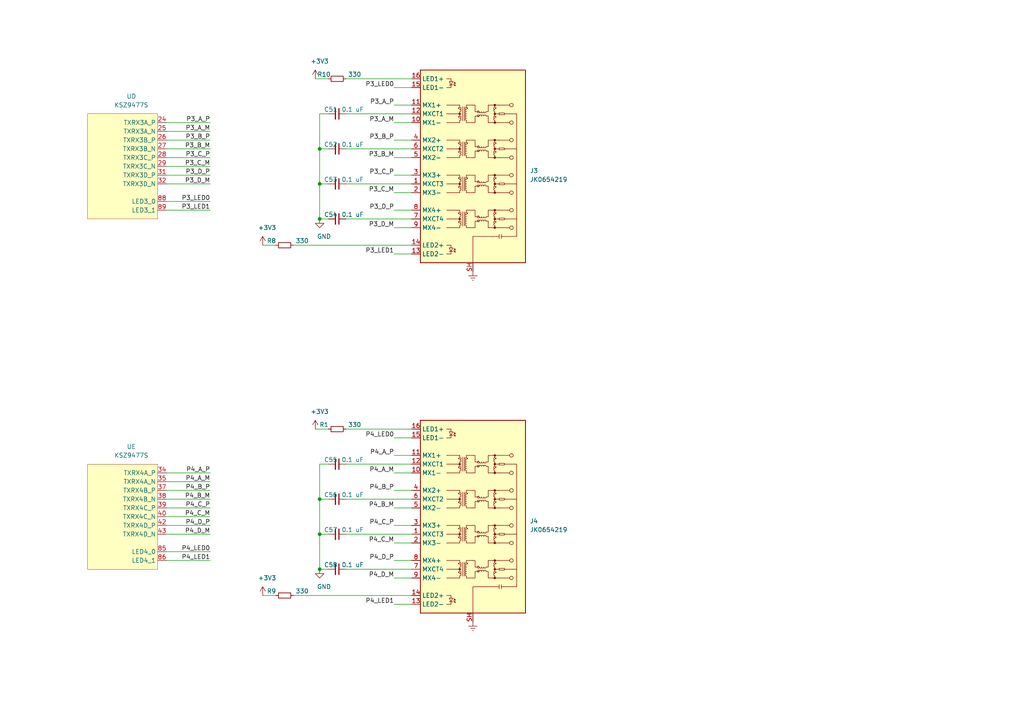
<source format=kicad_sch>
(kicad_sch (version 20210126) (generator eeschema)
  (paper "A4")
  (lib_symbols
    (symbol "Connector:JK0654219"
      (property "Reference" "J" (at -15.24 29.21 0))
      (property "Value" "JK0654219" (at 10.16 29.21 0))
      (symbol "JK0654219_1_1"
        (pin passive line (at -17.78 -5.08 0) (length 2.54) (name "MXCT3") (number "1"))
        (pin passive line (at -17.78 12.7 0) (length 2.54) (name "MX1-") (number "10"))
        (pin passive line (at -17.78 17.78 0) (length 2.54) (name "MX1+") (number "11"))
        (pin passive line (at -17.78 15.24 0) (length 2.54) (name "MXCT1") (number "12"))
        (pin passive line (at -17.78 -25.4 0) (length 2.54) (name "LED2-") (number "13"))
        (pin passive line (at -17.78 -22.86 0) (length 2.54) (name "LED2+") (number "14"))
        (pin passive line (at -17.78 22.86 0) (length 2.54) (name "LED1-") (number "15"))
        (pin passive line (at -17.78 25.4 0) (length 2.54) (name "LED1+") (number "16"))
        (pin passive line (at -17.78 -7.62 0) (length 2.54) (name "MX3-") (number "2"))
        (pin passive line (at -17.78 -2.54 0) (length 2.54) (name "MX3+") (number "3"))
        (pin passive line (at -17.78 7.62 0) (length 2.54) (name "MX2+") (number "4"))
        (pin passive line (at -17.78 2.54 0) (length 2.54) (name "MX2-") (number "5"))
        (pin passive line (at -17.78 5.08 0) (length 2.54) (name "MXCT2") (number "6"))
        (pin passive line (at -17.78 -15.24 0) (length 2.54) (name "MXCT4") (number "7"))
        (pin passive line (at -17.78 -12.7 0) (length 2.54) (name "MX4+") (number "8"))
        (pin passive line (at -17.78 -17.78 0) (length 2.54) (name "MX4-") (number "9"))
        (pin passive line (at 0 -30.48 90) (length 2.54) (name "~") (number "SH"))
      )
    )
    (symbol "Device:C_Small" (pin_numbers hide) (pin_names (offset 0.254) hide)
      (property "Reference" "C" (at 0.254 1.778 0))
      (property "Value" "C_Small" (at 0.254 -2.032 0))
      (symbol "C_Small_1_1"
        (pin passive line (at 0 2.54 270) (length 2.032) (name "~") (number "1"))
        (pin passive line (at 0 -2.54 90) (length 2.032) (name "~") (number "2"))
      )
    )
    (symbol "Device:R_Small" (pin_numbers hide) (pin_names (offset 0.254) hide)
      (property "Reference" "R" (at 0.762 0.508 0))
      (property "Value" "R_Small" (at 0.762 -1.016 0))
      (symbol "R_Small_1_1"
        (pin passive line (at 0 2.54 270) (length 0.762) (name "~") (number "1"))
        (pin passive line (at 0 -2.54 90) (length 0.762) (name "~") (number "2"))
      )
    )
    (symbol "local:KSZ9477S"
      (property "Reference" "U" (at 39.37 1.27 0))
      (property "Value" "KSZ9477S" (at 43.18 -3.81 0))
      (symbol "KSZ9477S_1_1"
        (pin output line (at -17.78 -5.08 0) (length 2.54) (name "SDO") (number "97"))
        (pin bidirectional line (at -17.78 -7.62 0) (length 2.54) (name "SDI/SDA/MDIO") (number "98"))
        (pin input line (at -19.05 -12.7 0) (length 3.81) (name "~SCS") (number "100"))
        (pin input line (at -19.05 -10.16 0) (length 3.81) (name "SCL/MDC") (number "101"))
        (pin output line (at 19.05 -6.35 180) (length 3.81) (name "XO") (number "125"))
        (pin input line (at 19.05 -3.81 180) (length 3.81) (name "XI") (number "126"))
        (pin output line (at -17.78 10.16 0) (length 2.54) (name "~PME") (number "93"))
        (pin output line (at -17.78 5.08 0) (length 2.54) (name "~INTRP") (number "94"))
        (pin input line (at -17.78 0 0) (length 2.54) (name "~RESET") (number "96"))
        (pin bidirectional line (at 17.78 1.27 180) (length 2.54) (name "SYNCLKO") (number "95"))
        (pin bidirectional line (at 17.78 6.35 180) (length 2.54) (name "GPIO_1") (number "90"))
        (pin open_collector line (at 19.05 -11.43 180) (length 3.81) (name "ISET") (number "127"))
        (pin input line (at 17.78 11.43 180) (length 2.54) (name "IBA") (number "67"))
        (pin no_connect line (at -2.54 17.78 270) (length 2.54) hide (name "NC") (number "73"))
        (pin no_connect line (at 0 17.78 270) (length 2.54) hide (name "NC") (number "74"))
        (pin no_connect line (at 2.54 19.05 270) (length 3.81) hide (name "NC") (number "108"))
      )
      (symbol "KSZ9477S_2_1"
        (pin bidirectional line (at 12.7 7.62 180) (length 2.54) (name "TXRX1B_P") (number "4"))
        (pin bidirectional line (at 12.7 5.08 180) (length 2.54) (name "TXRX1B_N") (number "5"))
        (pin bidirectional line (at 12.7 2.54 180) (length 2.54) (name "TXRX1C_P") (number "6"))
        (pin bidirectional line (at 12.7 0 180) (length 2.54) (name "TXRX1C_N") (number "7"))
        (pin bidirectional line (at 12.7 -2.54 180) (length 2.54) (name "TXRX1D_P") (number "8"))
        (pin bidirectional line (at 12.7 12.7 180) (length 2.54) (name "TXRX1A_P") (number "1"))
        (pin bidirectional line (at 12.7 10.16 180) (length 2.54) (name "TXRX1A_N") (number "2"))
        (pin bidirectional line (at 12.7 -5.08 180) (length 2.54) (name "TXRX1D_N") (number "9"))
        (pin bidirectional line (at 13.97 -10.16 180) (length 3.81) (name "LED1_0") (number "105"))
        (pin bidirectional line (at 13.97 -12.7 180) (length 3.81) (name "LED1_1") (number "106"))
      )
      (symbol "KSZ9477S_3_1"
        (pin bidirectional line (at 12.7 7.62 180) (length 2.54) (name "TXRX2B_P") (number "15"))
        (pin bidirectional line (at 12.7 5.08 180) (length 2.54) (name "TXRX2B_N") (number "16"))
        (pin bidirectional line (at 12.7 2.54 180) (length 2.54) (name "TXRX2C_P") (number "17"))
        (pin bidirectional line (at 12.7 0 180) (length 2.54) (name "TXRX2C_N") (number "18"))
        (pin bidirectional line (at 12.7 -2.54 180) (length 2.54) (name "TXRX2D_P") (number "20"))
        (pin bidirectional line (at 12.7 12.7 180) (length 2.54) (name "TXRX2A_P") (number "12"))
        (pin bidirectional line (at 12.7 10.16 180) (length 2.54) (name "TXRX2A_N") (number "13"))
        (pin bidirectional line (at 12.7 -5.08 180) (length 2.54) (name "TXRX2D_N") (number "21"))
        (pin bidirectional line (at 12.7 -10.16 180) (length 2.54) (name "LED2_0") (number "91"))
        (pin bidirectional line (at 12.7 -12.7 180) (length 2.54) (name "LED2_1") (number "92"))
      )
      (symbol "KSZ9477S_4_1"
        (pin bidirectional line (at 12.7 7.62 180) (length 2.54) (name "TXRX3B_P") (number "26"))
        (pin bidirectional line (at 12.7 5.08 180) (length 2.54) (name "TXRX3B_N") (number "27"))
        (pin bidirectional line (at 12.7 2.54 180) (length 2.54) (name "TXRX3C_P") (number "28"))
        (pin bidirectional line (at 12.7 0 180) (length 2.54) (name "TXRX3C_N") (number "29"))
        (pin bidirectional line (at 12.7 -2.54 180) (length 2.54) (name "TXRX3D_P") (number "31"))
        (pin bidirectional line (at 12.7 12.7 180) (length 2.54) (name "TXRX3A_P") (number "24"))
        (pin bidirectional line (at 12.7 10.16 180) (length 2.54) (name "TXRX3A_N") (number "25"))
        (pin bidirectional line (at 12.7 -5.08 180) (length 2.54) (name "TXRX3D_N") (number "32"))
        (pin bidirectional line (at 12.7 -10.16 180) (length 2.54) (name "LED3_0") (number "88"))
        (pin bidirectional line (at 12.7 -12.7 180) (length 2.54) (name "LED3_1") (number "89"))
      )
      (symbol "KSZ9477S_5_1"
        (pin bidirectional line (at 12.7 7.62 180) (length 2.54) (name "TXRX4B_P") (number "37"))
        (pin bidirectional line (at 12.7 5.08 180) (length 2.54) (name "TXRX4B_N") (number "38"))
        (pin bidirectional line (at 12.7 2.54 180) (length 2.54) (name "TXRX4C_P") (number "39"))
        (pin bidirectional line (at 12.7 0 180) (length 2.54) (name "TXRX4C_N") (number "40"))
        (pin bidirectional line (at 12.7 -2.54 180) (length 2.54) (name "TXRX4D_P") (number "42"))
        (pin bidirectional line (at 12.7 12.7 180) (length 2.54) (name "TXRX4A_P") (number "34"))
        (pin bidirectional line (at 12.7 10.16 180) (length 2.54) (name "TXRX4A_N") (number "35"))
        (pin bidirectional line (at 12.7 -5.08 180) (length 2.54) (name "TXRX4D_N") (number "43"))
        (pin bidirectional line (at 12.7 -10.16 180) (length 2.54) (name "LED4_0") (number "85"))
        (pin bidirectional line (at 12.7 -12.7 180) (length 2.54) (name "LED4_1") (number "86"))
      )
      (symbol "KSZ9477S_6_1"
        (pin bidirectional line (at 13.97 7.62 180) (length 3.81) (name "TXRX5B_P") (number "115"))
        (pin bidirectional line (at 13.97 5.08 180) (length 3.81) (name "TXRX5B_N") (number "116"))
        (pin bidirectional line (at 13.97 2.54 180) (length 3.81) (name "TXRX5C_P") (number "117"))
        (pin bidirectional line (at 13.97 0 180) (length 3.81) (name "TXRX5C_N") (number "118"))
        (pin bidirectional line (at 13.97 -2.54 180) (length 3.81) (name "TXRX5D_P") (number "120"))
        (pin bidirectional line (at 13.97 12.7 180) (length 3.81) (name "TXRX5A_P") (number "112"))
        (pin bidirectional line (at 13.97 10.16 180) (length 3.81) (name "TXRX5A_N") (number "113"))
        (pin bidirectional line (at 13.97 -5.08 180) (length 3.81) (name "TXRX5D_N") (number "121"))
        (pin bidirectional line (at 13.97 -10.16 180) (length 3.81) (name "LED5_0") (number "102"))
        (pin bidirectional line (at 13.97 -12.7 180) (length 3.81) (name "LED5_1") (number "103"))
      )
      (symbol "KSZ9477S_7_1"
        (pin bidirectional line (at -16.51 -20.32 0) (length 2.54) (name "RXD6_3") (number "62"))
        (pin bidirectional line (at -16.51 -17.78 0) (length 2.54) (name "RXD6_2") (number "63"))
        (pin bidirectional line (at -16.51 -15.24 0) (length 2.54) (name "RXD6_1") (number "64"))
        (pin bidirectional line (at -16.51 -12.7 0) (length 2.54) (name "RXD6_0") (number "65"))
        (pin bidirectional line (at -16.51 -2.54 0) (length 2.54) (name "RX_CLK6/REFCLKO6") (number "57"))
        (pin bidirectional line (at -16.51 -5.08 0) (length 2.54) (name "RX_DV6/CRS_DV6/RX_CTL6") (number "58"))
        (pin bidirectional line (at -16.51 -7.62 0) (length 2.54) (name "RX_ER6") (number "59"))
        (pin input line (at -16.51 2.54 0) (length 2.54) (name "TXD6_3") (number "52"))
        (pin input line (at -16.51 5.08 0) (length 2.54) (name "TXD6_2") (number "53"))
        (pin input line (at -16.51 7.62 0) (length 2.54) (name "TXD6_1") (number "54"))
        (pin input line (at -16.51 10.16 0) (length 2.54) (name "TXD6_0") (number "55"))
        (pin bidirectional line (at -16.51 20.32 0) (length 2.54) (name "TX_CLK6/REFCLKI6") (number "48"))
        (pin input line (at -16.51 17.78 0) (length 2.54) (name "TX_EN6/TX_CTL6") (number "49"))
        (pin input line (at -16.51 15.24 0) (length 2.54) (name "TX_ER6") (number "50"))
        (pin bidirectional line (at -16.51 12.7 0) (length 2.54) (name "COL6") (number "51"))
        (pin bidirectional line (at -16.51 -10.16 0) (length 2.54) (name "CRS6") (number "60"))
      )
      (symbol "KSZ9477S_8_1"
        (pin open_collector line (at -11.43 5.08 0) (length 2.54) (name "S_REXT") (number "76"))
        (pin output line (at -11.43 -5.08 0) (length 2.54) (name "S_OUT7_N") (number "82"))
        (pin output line (at -11.43 -2.54 0) (length 2.54) (name "S_OUT7_P") (number "81"))
        (pin input line (at -11.43 2.54 0) (length 2.54) (name "S_IN7_N") (number "78"))
        (pin input line (at -11.43 0 0) (length 2.54) (name "S_IN7_P") (number "79"))
      )
      (symbol "KSZ9477S_9_1"
        (pin power_in line (at 17.78 -13.97 180) (length 2.54) (name "GND") (number "46"))
        (pin power_in line (at 17.78 -3.81 180) (length 2.54) (name "VDDIO") (number "61"))
        (pin power_in line (at 17.78 24.13 180) (length 2.54) (name "AVDDH") (number "10"))
        (pin power_in line (at -17.78 -13.97 0) (length 2.54) (name "AVDDL") (number "3"))
        (pin power_in line (at -17.78 13.97 0) (length 2.54) (name "DVDDL") (number "11"))
        (pin power_in line (at -17.78 22.86 0) (length 2.54) (name "VDDLS") (number "71"))
        (pin power_in line (at 17.78 3.81 180) (length 2.54) (name "VDDHS") (number "72"))
        (pin power_in line (at 17.78 -6.35 180) (length 2.54) (name "VDDIO") (number "68"))
        (pin power_in line (at 17.78 -8.89 180) (length 2.54) (name "VDDIO") (number "99"))
        (pin power_in line (at 17.78 21.59 180) (length 2.54) (name "AVDDH") (number "22"))
        (pin power_in line (at 17.78 19.05 180) (length 2.54) (name "AVDDH") (number "33"))
        (pin power_in line (at 17.78 16.51 180) (length 2.54) (name "AVDDH") (number "44"))
        (pin power_in line (at 19.05 13.97 180) (length 3.81) (name "AVDDH") (number "111"))
        (pin power_in line (at 19.05 11.43 180) (length 3.81) (name "AVDDH") (number "122"))
        (pin power_in line (at 19.05 8.89 180) (length 3.81) (name "AVDDH") (number "128"))
        (pin power_in line (at -17.78 -16.51 0) (length 2.54) (name "AVDDL") (number "14"))
        (pin power_in line (at -17.78 -19.05 0) (length 2.54) (name "AVDDL") (number "19"))
        (pin power_in line (at -17.78 -21.59 0) (length 2.54) (name "AVDDL") (number "30"))
        (pin power_in line (at -17.78 -24.13 0) (length 2.54) (name "AVDDL") (number "36"))
        (pin power_in line (at -17.78 -26.67 0) (length 2.54) (name "AVDDL") (number "41"))
        (pin power_in line (at -19.05 -29.21 0) (length 3.81) (name "AVDDL") (number "114"))
        (pin power_in line (at -19.05 -31.75 0) (length 3.81) (name "AVDDL") (number "119"))
        (pin power_in line (at -19.05 -34.29 0) (length 3.81) (name "AVDDL") (number "124"))
        (pin power_in line (at -17.78 11.43 0) (length 2.54) (name "DVDDL") (number "23"))
        (pin power_in line (at -17.78 8.89 0) (length 2.54) (name "DVDDL") (number "45"))
        (pin power_in line (at -17.78 6.35 0) (length 2.54) (name "DVDDL") (number "56"))
        (pin power_in line (at -17.78 3.81 0) (length 2.54) (name "DVDDL") (number "66"))
        (pin power_in line (at -17.78 1.27 0) (length 2.54) (name "DVDDL") (number "70"))
        (pin power_in line (at -17.78 -1.27 0) (length 2.54) (name "DVDDL") (number "87"))
        (pin power_in line (at -19.05 -3.81 0) (length 3.81) (name "DVDDL") (number "104"))
        (pin power_in line (at -19.05 -6.35 0) (length 3.81) (name "DVDDL") (number "110"))
        (pin power_in line (at -17.78 20.32 0) (length 2.54) (name "VDDLS") (number "84"))
        (pin power_in line (at 17.78 1.27 180) (length 2.54) (name "VDDHS") (number "83"))
        (pin power_in line (at 17.78 -16.51 180) (length 2.54) (name "GND") (number "47"))
        (pin power_in line (at 17.78 -19.05 180) (length 2.54) (name "GND") (number "69"))
        (pin power_in line (at 17.78 -21.59 180) (length 2.54) (name "GND") (number "75"))
        (pin power_in line (at 17.78 -24.13 180) (length 2.54) (name "GND") (number "77"))
        (pin power_in line (at 17.78 -26.67 180) (length 2.54) (name "GND") (number "80"))
        (pin power_in line (at 19.05 -29.21 180) (length 3.81) (name "GND") (number "107"))
        (pin power_in line (at 19.05 -31.75 180) (length 3.81) (name "GND") (number "109"))
        (pin power_in line (at 19.05 -34.29 180) (length 3.81) (name "GND") (number "123"))
        (pin power_in line (at 19.05 -36.83 180) (length 3.81) (name "PAD") (number "129"))
      )
    )
    (symbol "local:KSZ9477S_1"
      (property "Reference" "U" (at 39.37 1.27 0))
      (property "Value" "KSZ9477S" (at 43.18 -3.81 0))
      (symbol "KSZ9477S_1_1_1"
        (pin output line (at -17.78 -5.08 0) (length 2.54) (name "SDO") (number "97"))
        (pin bidirectional line (at -17.78 -7.62 0) (length 2.54) (name "SDI/SDA/MDIO") (number "98"))
        (pin input line (at -19.05 -12.7 0) (length 3.81) (name "~SCS") (number "100"))
        (pin input line (at -19.05 -10.16 0) (length 3.81) (name "SCL/MDC") (number "101"))
        (pin output line (at 19.05 -6.35 180) (length 3.81) (name "XO") (number "125"))
        (pin input line (at 19.05 -3.81 180) (length 3.81) (name "XI") (number "126"))
        (pin output line (at -17.78 10.16 0) (length 2.54) (name "~PME") (number "93"))
        (pin output line (at -17.78 5.08 0) (length 2.54) (name "~INTRP") (number "94"))
        (pin input line (at -17.78 0 0) (length 2.54) (name "~RESET") (number "96"))
        (pin bidirectional line (at 17.78 1.27 180) (length 2.54) (name "SYNCLKO") (number "95"))
        (pin bidirectional line (at 17.78 6.35 180) (length 2.54) (name "GPIO_1") (number "90"))
        (pin open_collector line (at 19.05 -11.43 180) (length 3.81) (name "ISET") (number "127"))
        (pin input line (at 17.78 11.43 180) (length 2.54) (name "IBA") (number "67"))
        (pin no_connect line (at -2.54 17.78 270) (length 2.54) hide (name "NC") (number "73"))
        (pin no_connect line (at 0 17.78 270) (length 2.54) hide (name "NC") (number "74"))
        (pin no_connect line (at 2.54 19.05 270) (length 3.81) hide (name "NC") (number "108"))
      )
      (symbol "KSZ9477S_1_2_1"
        (pin bidirectional line (at 12.7 7.62 180) (length 2.54) (name "TXRX1B_P") (number "4"))
        (pin bidirectional line (at 12.7 5.08 180) (length 2.54) (name "TXRX1B_N") (number "5"))
        (pin bidirectional line (at 12.7 2.54 180) (length 2.54) (name "TXRX1C_P") (number "6"))
        (pin bidirectional line (at 12.7 0 180) (length 2.54) (name "TXRX1C_N") (number "7"))
        (pin bidirectional line (at 12.7 -2.54 180) (length 2.54) (name "TXRX1D_P") (number "8"))
        (pin bidirectional line (at 12.7 12.7 180) (length 2.54) (name "TXRX1A_P") (number "1"))
        (pin bidirectional line (at 12.7 10.16 180) (length 2.54) (name "TXRX1A_N") (number "2"))
        (pin bidirectional line (at 12.7 -5.08 180) (length 2.54) (name "TXRX1D_N") (number "9"))
        (pin bidirectional line (at 13.97 -10.16 180) (length 3.81) (name "LED1_0") (number "105"))
        (pin bidirectional line (at 13.97 -12.7 180) (length 3.81) (name "LED1_1") (number "106"))
      )
      (symbol "KSZ9477S_1_3_1"
        (pin bidirectional line (at 12.7 7.62 180) (length 2.54) (name "TXRX2B_P") (number "15"))
        (pin bidirectional line (at 12.7 5.08 180) (length 2.54) (name "TXRX2B_N") (number "16"))
        (pin bidirectional line (at 12.7 2.54 180) (length 2.54) (name "TXRX2C_P") (number "17"))
        (pin bidirectional line (at 12.7 0 180) (length 2.54) (name "TXRX2C_N") (number "18"))
        (pin bidirectional line (at 12.7 -2.54 180) (length 2.54) (name "TXRX2D_P") (number "20"))
        (pin bidirectional line (at 12.7 12.7 180) (length 2.54) (name "TXRX2A_P") (number "12"))
        (pin bidirectional line (at 12.7 10.16 180) (length 2.54) (name "TXRX2A_N") (number "13"))
        (pin bidirectional line (at 12.7 -5.08 180) (length 2.54) (name "TXRX2D_N") (number "21"))
        (pin bidirectional line (at 12.7 -10.16 180) (length 2.54) (name "LED2_0") (number "91"))
        (pin bidirectional line (at 12.7 -12.7 180) (length 2.54) (name "LED2_1") (number "92"))
      )
      (symbol "KSZ9477S_1_4_1"
        (pin bidirectional line (at 12.7 7.62 180) (length 2.54) (name "TXRX3B_P") (number "26"))
        (pin bidirectional line (at 12.7 5.08 180) (length 2.54) (name "TXRX3B_N") (number "27"))
        (pin bidirectional line (at 12.7 2.54 180) (length 2.54) (name "TXRX3C_P") (number "28"))
        (pin bidirectional line (at 12.7 0 180) (length 2.54) (name "TXRX3C_N") (number "29"))
        (pin bidirectional line (at 12.7 -2.54 180) (length 2.54) (name "TXRX3D_P") (number "31"))
        (pin bidirectional line (at 12.7 12.7 180) (length 2.54) (name "TXRX3A_P") (number "24"))
        (pin bidirectional line (at 12.7 10.16 180) (length 2.54) (name "TXRX3A_N") (number "25"))
        (pin bidirectional line (at 12.7 -5.08 180) (length 2.54) (name "TXRX3D_N") (number "32"))
        (pin bidirectional line (at 12.7 -10.16 180) (length 2.54) (name "LED3_0") (number "88"))
        (pin bidirectional line (at 12.7 -12.7 180) (length 2.54) (name "LED3_1") (number "89"))
      )
      (symbol "KSZ9477S_1_5_1"
        (pin bidirectional line (at 12.7 7.62 180) (length 2.54) (name "TXRX4B_P") (number "37"))
        (pin bidirectional line (at 12.7 5.08 180) (length 2.54) (name "TXRX4B_N") (number "38"))
        (pin bidirectional line (at 12.7 2.54 180) (length 2.54) (name "TXRX4C_P") (number "39"))
        (pin bidirectional line (at 12.7 0 180) (length 2.54) (name "TXRX4C_N") (number "40"))
        (pin bidirectional line (at 12.7 -2.54 180) (length 2.54) (name "TXRX4D_P") (number "42"))
        (pin bidirectional line (at 12.7 12.7 180) (length 2.54) (name "TXRX4A_P") (number "34"))
        (pin bidirectional line (at 12.7 10.16 180) (length 2.54) (name "TXRX4A_N") (number "35"))
        (pin bidirectional line (at 12.7 -5.08 180) (length 2.54) (name "TXRX4D_N") (number "43"))
        (pin bidirectional line (at 12.7 -10.16 180) (length 2.54) (name "LED4_0") (number "85"))
        (pin bidirectional line (at 12.7 -12.7 180) (length 2.54) (name "LED4_1") (number "86"))
      )
      (symbol "KSZ9477S_1_6_1"
        (pin bidirectional line (at 13.97 7.62 180) (length 3.81) (name "TXRX5B_P") (number "115"))
        (pin bidirectional line (at 13.97 5.08 180) (length 3.81) (name "TXRX5B_N") (number "116"))
        (pin bidirectional line (at 13.97 2.54 180) (length 3.81) (name "TXRX5C_P") (number "117"))
        (pin bidirectional line (at 13.97 0 180) (length 3.81) (name "TXRX5C_N") (number "118"))
        (pin bidirectional line (at 13.97 -2.54 180) (length 3.81) (name "TXRX5D_P") (number "120"))
        (pin bidirectional line (at 13.97 12.7 180) (length 3.81) (name "TXRX5A_P") (number "112"))
        (pin bidirectional line (at 13.97 10.16 180) (length 3.81) (name "TXRX5A_N") (number "113"))
        (pin bidirectional line (at 13.97 -5.08 180) (length 3.81) (name "TXRX5D_N") (number "121"))
        (pin bidirectional line (at 13.97 -10.16 180) (length 3.81) (name "LED5_0") (number "102"))
        (pin bidirectional line (at 13.97 -12.7 180) (length 3.81) (name "LED5_1") (number "103"))
      )
      (symbol "KSZ9477S_1_7_1"
        (pin bidirectional line (at -16.51 -20.32 0) (length 2.54) (name "RXD6_3") (number "62"))
        (pin bidirectional line (at -16.51 -17.78 0) (length 2.54) (name "RXD6_2") (number "63"))
        (pin bidirectional line (at -16.51 -15.24 0) (length 2.54) (name "RXD6_1") (number "64"))
        (pin bidirectional line (at -16.51 -12.7 0) (length 2.54) (name "RXD6_0") (number "65"))
        (pin bidirectional line (at -16.51 -2.54 0) (length 2.54) (name "RX_CLK6/REFCLKO6") (number "57"))
        (pin bidirectional line (at -16.51 -5.08 0) (length 2.54) (name "RX_DV6/CRS_DV6/RX_CTL6") (number "58"))
        (pin bidirectional line (at -16.51 -7.62 0) (length 2.54) (name "RX_ER6") (number "59"))
        (pin input line (at -16.51 2.54 0) (length 2.54) (name "TXD6_3") (number "52"))
        (pin input line (at -16.51 5.08 0) (length 2.54) (name "TXD6_2") (number "53"))
        (pin input line (at -16.51 7.62 0) (length 2.54) (name "TXD6_1") (number "54"))
        (pin input line (at -16.51 10.16 0) (length 2.54) (name "TXD6_0") (number "55"))
        (pin bidirectional line (at -16.51 20.32 0) (length 2.54) (name "TX_CLK6/REFCLKI6") (number "48"))
        (pin input line (at -16.51 17.78 0) (length 2.54) (name "TX_EN6/TX_CTL6") (number "49"))
        (pin input line (at -16.51 15.24 0) (length 2.54) (name "TX_ER6") (number "50"))
        (pin bidirectional line (at -16.51 12.7 0) (length 2.54) (name "COL6") (number "51"))
        (pin bidirectional line (at -16.51 -10.16 0) (length 2.54) (name "CRS6") (number "60"))
      )
      (symbol "KSZ9477S_1_8_1"
        (pin open_collector line (at -11.43 5.08 0) (length 2.54) (name "S_REXT") (number "76"))
        (pin output line (at -11.43 -5.08 0) (length 2.54) (name "S_OUT7_N") (number "82"))
        (pin output line (at -11.43 -2.54 0) (length 2.54) (name "S_OUT7_P") (number "81"))
        (pin input line (at -11.43 2.54 0) (length 2.54) (name "S_IN7_N") (number "78"))
        (pin input line (at -11.43 0 0) (length 2.54) (name "S_IN7_P") (number "79"))
      )
      (symbol "KSZ9477S_1_9_1"
        (pin power_in line (at 17.78 -13.97 180) (length 2.54) (name "GND") (number "46"))
        (pin power_in line (at 17.78 -3.81 180) (length 2.54) (name "VDDIO") (number "61"))
        (pin power_in line (at 17.78 24.13 180) (length 2.54) (name "AVDDH") (number "10"))
        (pin power_in line (at -17.78 -13.97 0) (length 2.54) (name "AVDDL") (number "3"))
        (pin power_in line (at -17.78 13.97 0) (length 2.54) (name "DVDDL") (number "11"))
        (pin power_in line (at -17.78 22.86 0) (length 2.54) (name "VDDLS") (number "71"))
        (pin power_in line (at 17.78 3.81 180) (length 2.54) (name "VDDHS") (number "72"))
        (pin power_in line (at 17.78 -6.35 180) (length 2.54) (name "VDDIO") (number "68"))
        (pin power_in line (at 17.78 -8.89 180) (length 2.54) (name "VDDIO") (number "99"))
        (pin power_in line (at 17.78 21.59 180) (length 2.54) (name "AVDDH") (number "22"))
        (pin power_in line (at 17.78 19.05 180) (length 2.54) (name "AVDDH") (number "33"))
        (pin power_in line (at 17.78 16.51 180) (length 2.54) (name "AVDDH") (number "44"))
        (pin power_in line (at 19.05 13.97 180) (length 3.81) (name "AVDDH") (number "111"))
        (pin power_in line (at 19.05 11.43 180) (length 3.81) (name "AVDDH") (number "122"))
        (pin power_in line (at 19.05 8.89 180) (length 3.81) (name "AVDDH") (number "128"))
        (pin power_in line (at -17.78 -16.51 0) (length 2.54) (name "AVDDL") (number "14"))
        (pin power_in line (at -17.78 -19.05 0) (length 2.54) (name "AVDDL") (number "19"))
        (pin power_in line (at -17.78 -21.59 0) (length 2.54) (name "AVDDL") (number "30"))
        (pin power_in line (at -17.78 -24.13 0) (length 2.54) (name "AVDDL") (number "36"))
        (pin power_in line (at -17.78 -26.67 0) (length 2.54) (name "AVDDL") (number "41"))
        (pin power_in line (at -19.05 -29.21 0) (length 3.81) (name "AVDDL") (number "114"))
        (pin power_in line (at -19.05 -31.75 0) (length 3.81) (name "AVDDL") (number "119"))
        (pin power_in line (at -19.05 -34.29 0) (length 3.81) (name "AVDDL") (number "124"))
        (pin power_in line (at -17.78 11.43 0) (length 2.54) (name "DVDDL") (number "23"))
        (pin power_in line (at -17.78 8.89 0) (length 2.54) (name "DVDDL") (number "45"))
        (pin power_in line (at -17.78 6.35 0) (length 2.54) (name "DVDDL") (number "56"))
        (pin power_in line (at -17.78 3.81 0) (length 2.54) (name "DVDDL") (number "66"))
        (pin power_in line (at -17.78 1.27 0) (length 2.54) (name "DVDDL") (number "70"))
        (pin power_in line (at -17.78 -1.27 0) (length 2.54) (name "DVDDL") (number "87"))
        (pin power_in line (at -19.05 -3.81 0) (length 3.81) (name "DVDDL") (number "104"))
        (pin power_in line (at -19.05 -6.35 0) (length 3.81) (name "DVDDL") (number "110"))
        (pin power_in line (at -17.78 20.32 0) (length 2.54) (name "VDDLS") (number "84"))
        (pin power_in line (at 17.78 1.27 180) (length 2.54) (name "VDDHS") (number "83"))
        (pin power_in line (at 17.78 -16.51 180) (length 2.54) (name "GND") (number "47"))
        (pin power_in line (at 17.78 -19.05 180) (length 2.54) (name "GND") (number "69"))
        (pin power_in line (at 17.78 -21.59 180) (length 2.54) (name "GND") (number "75"))
        (pin power_in line (at 17.78 -24.13 180) (length 2.54) (name "GND") (number "77"))
        (pin power_in line (at 17.78 -26.67 180) (length 2.54) (name "GND") (number "80"))
        (pin power_in line (at 19.05 -29.21 180) (length 3.81) (name "GND") (number "107"))
        (pin power_in line (at 19.05 -31.75 180) (length 3.81) (name "GND") (number "109"))
        (pin power_in line (at 19.05 -34.29 180) (length 3.81) (name "GND") (number "123"))
        (pin power_in line (at 19.05 -36.83 180) (length 3.81) (name "PAD") (number "129"))
      )
    )
    (symbol "power:+3V3" (power) (pin_names (offset 0))
      (property "Value" "+3V3" (at 0 3.556 0))
      (symbol "+3V3_1_1"
        (pin power_in line (at 0 0 90) (length 0) hide (name "+3V3") (number "1"))
      )
    )
    (symbol "power:Earth" (power) (pin_names (offset 0))
      (symbol "Earth_1_1"
        (pin power_in line (at 0 0 270) (length 0) hide (name "Earth") (number "1"))
      )
    )
    (symbol "power:GND" (power) (pin_names (offset 0))
      (property "Value" "GND" (at 0 -3.81 0))
      (symbol "GND_1_1"
        (pin power_in line (at 0 0 270) (length 0) hide (name "GND") (number "1"))
      )
    )
  )
  (junction (at 92.71 43.18) (diameter 0.9144))
  (junction (at 92.71 53.34) (diameter 0.9144))
  (junction (at 92.71 63.5) (diameter 0.9144))
  (junction (at 92.71 144.78) (diameter 0.9144))
  (junction (at 92.71 154.94) (diameter 0.9144))
  (junction (at 92.71 165.1) (diameter 0.9144))
  (wire (pts (xy 48.26 35.56) (xy 60.96 35.56)))
  (wire (pts (xy 48.26 38.1) (xy 60.96 38.1)))
  (wire (pts (xy 48.26 40.64) (xy 60.96 40.64)))
  (wire (pts (xy 48.26 43.18) (xy 60.96 43.18)))
  (wire (pts (xy 48.26 45.72) (xy 60.96 45.72)))
  (wire (pts (xy 48.26 48.26) (xy 60.96 48.26)))
  (wire (pts (xy 48.26 50.8) (xy 60.96 50.8)))
  (wire (pts (xy 48.26 53.34) (xy 60.96 53.34)))
  (wire (pts (xy 48.26 58.42) (xy 60.96 58.42)))
  (wire (pts (xy 48.26 60.96) (xy 60.96 60.96)))
  (wire (pts (xy 48.26 137.16) (xy 60.96 137.16)))
  (wire (pts (xy 48.26 139.7) (xy 60.96 139.7)))
  (wire (pts (xy 48.26 142.24) (xy 60.96 142.24)))
  (wire (pts (xy 48.26 144.78) (xy 60.96 144.78)))
  (wire (pts (xy 48.26 147.32) (xy 60.96 147.32)))
  (wire (pts (xy 48.26 149.86) (xy 60.96 149.86)))
  (wire (pts (xy 48.26 152.4) (xy 60.96 152.4)))
  (wire (pts (xy 48.26 154.94) (xy 60.96 154.94)))
  (wire (pts (xy 48.26 160.02) (xy 60.96 160.02)))
  (wire (pts (xy 48.26 162.56) (xy 60.96 162.56)))
  (wire (pts (xy 76.2 71.12) (xy 80.01 71.12)))
  (wire (pts (xy 76.2 172.72) (xy 80.01 172.72)))
  (wire (pts (xy 85.09 71.12) (xy 119.38 71.12)))
  (wire (pts (xy 85.09 172.72) (xy 119.38 172.72)))
  (wire (pts (xy 91.44 22.86) (xy 95.25 22.86)))
  (wire (pts (xy 91.44 124.46) (xy 95.25 124.46)))
  (wire (pts (xy 92.71 33.02) (xy 92.71 43.18)))
  (wire (pts (xy 92.71 43.18) (xy 92.71 53.34)))
  (wire (pts (xy 92.71 43.18) (xy 95.25 43.18)))
  (wire (pts (xy 92.71 53.34) (xy 92.71 63.5)))
  (wire (pts (xy 92.71 53.34) (xy 95.25 53.34)))
  (wire (pts (xy 92.71 63.5) (xy 95.25 63.5)))
  (wire (pts (xy 92.71 134.62) (xy 92.71 144.78)))
  (wire (pts (xy 92.71 144.78) (xy 92.71 154.94)))
  (wire (pts (xy 92.71 144.78) (xy 95.25 144.78)))
  (wire (pts (xy 92.71 154.94) (xy 92.71 165.1)))
  (wire (pts (xy 92.71 154.94) (xy 95.25 154.94)))
  (wire (pts (xy 92.71 165.1) (xy 95.25 165.1)))
  (wire (pts (xy 95.25 33.02) (xy 92.71 33.02)))
  (wire (pts (xy 95.25 134.62) (xy 92.71 134.62)))
  (wire (pts (xy 100.33 22.86) (xy 119.38 22.86)))
  (wire (pts (xy 100.33 33.02) (xy 119.38 33.02)))
  (wire (pts (xy 100.33 43.18) (xy 119.38 43.18)))
  (wire (pts (xy 100.33 53.34) (xy 119.38 53.34)))
  (wire (pts (xy 100.33 63.5) (xy 119.38 63.5)))
  (wire (pts (xy 100.33 124.46) (xy 119.38 124.46)))
  (wire (pts (xy 100.33 134.62) (xy 119.38 134.62)))
  (wire (pts (xy 100.33 144.78) (xy 119.38 144.78)))
  (wire (pts (xy 100.33 154.94) (xy 119.38 154.94)))
  (wire (pts (xy 100.33 165.1) (xy 119.38 165.1)))
  (wire (pts (xy 114.3 25.4) (xy 119.38 25.4)))
  (wire (pts (xy 114.3 30.48) (xy 119.38 30.48)))
  (wire (pts (xy 114.3 35.56) (xy 119.38 35.56)))
  (wire (pts (xy 114.3 40.64) (xy 119.38 40.64)))
  (wire (pts (xy 114.3 45.72) (xy 119.38 45.72)))
  (wire (pts (xy 114.3 50.8) (xy 119.38 50.8)))
  (wire (pts (xy 114.3 55.88) (xy 119.38 55.88)))
  (wire (pts (xy 114.3 60.96) (xy 119.38 60.96)))
  (wire (pts (xy 114.3 66.04) (xy 119.38 66.04)))
  (wire (pts (xy 114.3 73.66) (xy 119.38 73.66)))
  (wire (pts (xy 114.3 127) (xy 119.38 127)))
  (wire (pts (xy 114.3 132.08) (xy 119.38 132.08)))
  (wire (pts (xy 114.3 137.16) (xy 119.38 137.16)))
  (wire (pts (xy 114.3 142.24) (xy 119.38 142.24)))
  (wire (pts (xy 114.3 147.32) (xy 119.38 147.32)))
  (wire (pts (xy 114.3 152.4) (xy 119.38 152.4)))
  (wire (pts (xy 114.3 157.48) (xy 119.38 157.48)))
  (wire (pts (xy 114.3 162.56) (xy 119.38 162.56)))
  (wire (pts (xy 114.3 167.64) (xy 119.38 167.64)))
  (wire (pts (xy 114.3 175.26) (xy 119.38 175.26)))
  (label "P3_A_P" (at 60.96 35.56 180))
  (label "P3_A_M" (at 60.96 38.1 180))
  (label "P3_B_P" (at 60.96 40.64 180))
  (label "P3_B_M" (at 60.96 43.18 180))
  (label "P3_C_P" (at 60.96 45.72 180))
  (label "P3_C_M" (at 60.96 48.26 180))
  (label "P3_D_P" (at 60.96 50.8 180))
  (label "P3_D_M" (at 60.96 53.34 180))
  (label "P3_LED0" (at 60.96 58.42 180))
  (label "P3_LED1" (at 60.96 60.96 180))
  (label "P4_A_P" (at 60.96 137.16 180))
  (label "P4_A_M" (at 60.96 139.7 180))
  (label "P4_B_P" (at 60.96 142.24 180))
  (label "P4_B_M" (at 60.96 144.78 180))
  (label "P4_C_P" (at 60.96 147.32 180))
  (label "P4_C_M" (at 60.96 149.86 180))
  (label "P4_D_P" (at 60.96 152.4 180))
  (label "P4_D_M" (at 60.96 154.94 180))
  (label "P4_LED0" (at 60.96 160.02 180))
  (label "P4_LED1" (at 60.96 162.56 180))
  (label "P3_LED0" (at 114.3 25.4 180))
  (label "P3_A_P" (at 114.3 30.48 180))
  (label "P3_A_M" (at 114.3 35.56 180))
  (label "P3_B_P" (at 114.3 40.64 180))
  (label "P3_B_M" (at 114.3 45.72 180))
  (label "P3_C_P" (at 114.3 50.8 180))
  (label "P3_C_M" (at 114.3 55.88 180))
  (label "P3_D_P" (at 114.3 60.96 180))
  (label "P3_D_M" (at 114.3 66.04 180))
  (label "P3_LED1" (at 114.3 73.66 180))
  (label "P4_LED0" (at 114.3 127 180))
  (label "P4_A_P" (at 114.3 132.08 180))
  (label "P4_A_M" (at 114.3 137.16 180))
  (label "P4_B_P" (at 114.3 142.24 180))
  (label "P4_B_M" (at 114.3 147.32 180))
  (label "P4_C_P" (at 114.3 152.4 180))
  (label "P4_C_M" (at 114.3 157.48 180))
  (label "P4_D_P" (at 114.3 162.56 180))
  (label "P4_D_M" (at 114.3 167.64 180))
  (label "P4_LED1" (at 114.3 175.26 180))
  (symbol (lib_id "power:+3V3") (at 76.2 71.12 0) (unit 1)
    (property "Reference" "#PWR0131" (effects hide))
    (property "Value" "+3V3" (at 77.47 66.04 0))
  )
  (symbol (lib_id "power:+3V3") (at 76.2 172.72 0) (unit 1)
    (property "Reference" "#PWR0130" (effects hide))
    (property "Value" "+3V3" (at 77.47 167.64 0))
  )
  (symbol (lib_id "power:+3V3") (at 91.44 22.86 0) (unit 1)
    (property "Reference" "#PWR0133" (effects hide))
    (property "Value" "+3V3" (at 92.71 17.78 0))
  )
  (symbol (lib_id "power:+3V3") (at 91.44 124.46 0) (unit 1)
    (property "Reference" "#PWR0132" (effects hide))
    (property "Value" "+3V3" (at 92.71 119.38 0))
  )
  (symbol (lib_id "power:GND") (at 92.71 63.5 0) (unit 1)
    (property "Reference" "#PWR0123" (effects hide))
    (property "Value" "GND" (at 93.98 68.58 0))
  )
  (symbol (lib_id "power:GND") (at 92.71 165.1 0) (unit 1)
    (property "Reference" "#PWR0121" (effects hide))
    (property "Value" "GND" (at 93.98 170.18 0))
  )
  (symbol (lib_id "power:Earth") (at 137.16 78.74 0) (unit 1)
    (property "Reference" "#PWR0122" (effects hide))
    (property "Value" "Earth" (effects hide))
  )
  (symbol (lib_id "power:Earth") (at 137.16 180.34 0) (unit 1)
    (property "Reference" "#PWR0120" (effects hide))
    (property "Value" "Earth" (effects hide))
  )
  (symbol (lib_id "Device:R_Small") (at 82.55 71.12 90) (unit 1)
    (property "Reference" "R8" (at 78.74 69.85 90))
    (property "Value" "330" (at 87.63 69.85 90))
    (property "Footprint" "Resistor_SMD:R_0805_2012Metric_Pad1.20x1.40mm_HandSolder" (effects hide))
  )
  (symbol (lib_id "Device:R_Small") (at 82.55 172.72 90) (unit 1)
    (property "Reference" "R9" (at 78.74 171.45 90))
    (property "Value" "330" (at 87.63 171.45 90))
    (property "Footprint" "Resistor_SMD:R_0805_2012Metric_Pad1.20x1.40mm_HandSolder" (effects hide))
  )
  (symbol (lib_id "Device:R_Small") (at 97.79 22.86 90) (unit 1)
    (property "Reference" "R10" (at 93.98 21.59 90))
    (property "Value" "330" (at 102.87 21.59 90))
    (property "Footprint" "Resistor_SMD:R_0805_2012Metric_Pad1.20x1.40mm_HandSolder" (effects hide))
  )
  (symbol (lib_id "Device:R_Small") (at 97.79 124.46 90) (unit 1)
    (property "Reference" "R1" (at 93.98 123.19 90))
    (property "Value" "330" (at 102.87 123.19 90))
    (property "Footprint" "Resistor_SMD:R_0805_2012Metric_Pad1.20x1.40mm_HandSolder" (effects hide))
  )
  (symbol (lib_id "Device:C_Small") (at 97.79 33.02 270) (unit 1)
    (property "Reference" "C51" (at 93.98 31.75 90) (effects (justify left)))
    (property "Value" "0.1 uF" (at 99.06 31.75 90) (effects (justify left)))
    (property "Footprint" "Capacitor_SMD:C_0402_1005Metric_Pad0.74x0.62mm_HandSolder" (effects hide))
  )
  (symbol (lib_id "Device:C_Small") (at 97.79 43.18 270) (unit 1)
    (property "Reference" "C52" (at 93.98 41.91 90) (effects (justify left)))
    (property "Value" "0.1 uF" (at 99.06 41.91 90) (effects (justify left)))
    (property "Footprint" "Capacitor_SMD:C_0402_1005Metric_Pad0.74x0.62mm_HandSolder" (effects hide))
  )
  (symbol (lib_id "Device:C_Small") (at 97.79 53.34 270) (unit 1)
    (property "Reference" "C53" (at 93.98 52.07 90) (effects (justify left)))
    (property "Value" "0.1 uF" (at 99.06 52.07 90) (effects (justify left)))
    (property "Footprint" "Capacitor_SMD:C_0402_1005Metric_Pad0.74x0.62mm_HandSolder" (effects hide))
  )
  (symbol (lib_id "Device:C_Small") (at 97.79 63.5 270) (unit 1)
    (property "Reference" "C54" (at 93.98 62.23 90) (effects (justify left)))
    (property "Value" "0.1 uF" (at 99.06 62.23 90) (effects (justify left)))
    (property "Footprint" "Capacitor_SMD:C_0402_1005Metric_Pad0.74x0.62mm_HandSolder" (effects hide))
  )
  (symbol (lib_id "Device:C_Small") (at 97.79 134.62 270) (unit 1)
    (property "Reference" "C55" (at 93.98 133.35 90) (effects (justify left)))
    (property "Value" "0.1 uF" (at 99.06 133.35 90) (effects (justify left)))
    (property "Footprint" "Capacitor_SMD:C_0402_1005Metric_Pad0.74x0.62mm_HandSolder" (effects hide))
  )
  (symbol (lib_id "Device:C_Small") (at 97.79 144.78 270) (unit 1)
    (property "Reference" "C56" (at 93.98 143.51 90) (effects (justify left)))
    (property "Value" "0.1 uF" (at 99.06 143.51 90) (effects (justify left)))
    (property "Footprint" "Capacitor_SMD:C_0402_1005Metric_Pad0.74x0.62mm_HandSolder" (effects hide))
  )
  (symbol (lib_id "Device:C_Small") (at 97.79 154.94 270) (unit 1)
    (property "Reference" "C57" (at 93.98 153.67 90) (effects (justify left)))
    (property "Value" "0.1 uF" (at 99.06 153.67 90) (effects (justify left)))
    (property "Footprint" "Capacitor_SMD:C_0402_1005Metric_Pad0.74x0.62mm_HandSolder" (effects hide))
  )
  (symbol (lib_id "Device:C_Small") (at 97.79 165.1 270) (unit 1)
    (property "Reference" "C58" (at 93.98 163.83 90) (effects (justify left)))
    (property "Value" "0.1 uF" (at 99.06 163.83 90) (effects (justify left)))
    (property "Footprint" "Capacitor_SMD:C_0402_1005Metric_Pad0.74x0.62mm_HandSolder" (effects hide))
  )
  (symbol (lib_name "local:KSZ9477S_1") (lib_id "local:KSZ9477S") (at 35.56 48.26 0) (unit 4)
    (property "Reference" "U" (at 38.1 27.94 0))
    (property "Value" "KSZ9477S" (at 38.1 30.48 0))
    (property "Footprint" "footprints:TQFP-128_14x14mm_P0.4mm_EP10x10mm_ThermalVias" (effects hide))
    (property "Datasheet" "https://ww1.microchip.com/downloads/en/DeviceDoc/KSZ9477S-Data-Sheet-DS00002392C.pdf" (effects hide))
  )
  (symbol (lib_id "local:KSZ9477S") (at 35.56 149.86 0) (unit 5)
    (property "Reference" "U" (at 38.1 129.54 0))
    (property "Value" "KSZ9477S" (at 38.1 132.08 0))
    (property "Footprint" "footprints:TQFP-128_14x14mm_P0.4mm_EP10x10mm_ThermalVias" (effects hide))
    (property "Datasheet" "https://ww1.microchip.com/downloads/en/DeviceDoc/KSZ9477S-Data-Sheet-DS00002392C.pdf" (effects hide))
  )
  (symbol (lib_id "Connector:JK0654219") (at 137.16 48.26 0) (unit 1)
    (property "Reference" "J3" (at 153.67 49.53 0) (effects (justify left)))
    (property "Value" "JK0654219" (at 153.67 52.07 0) (effects (justify left)))
    (property "Footprint" "Connector_RJ:RJ45_Pulse_JK0654219NL_Horizontal" (effects hide))
    (property "Datasheet" "https://media.digikey.com/pdf/Data%20Sheets/Pulse%20PDFs/JK%20Series.pdf" (effects hide))
  )
  (symbol (lib_id "Connector:JK0654219") (at 137.16 149.86 0) (unit 1)
    (property "Reference" "J4" (at 153.67 151.13 0) (effects (justify left)))
    (property "Value" "JK0654219" (at 153.67 153.67 0) (effects (justify left)))
    (property "Footprint" "Connector_RJ:RJ45_Pulse_JK0654219NL_Horizontal" (effects hide))
    (property "Datasheet" "https://media.digikey.com/pdf/Data%20Sheets/Pulse%20PDFs/JK%20Series.pdf" (effects hide))
  )
)
</source>
